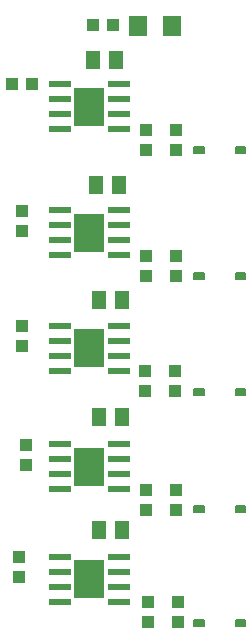
<source format=gbr>
G04 EAGLE Gerber RS-274X export*
G75*
%MOMM*%
%FSLAX34Y34*%
%LPD*%
%INSolderpaste Top*%
%IPPOS*%
%AMOC8*
5,1,8,0,0,1.08239X$1,22.5*%
G01*
%ADD10R,1.000000X1.100000*%
%ADD11R,1.300000X1.500000*%
%ADD12R,1.968500X0.599100*%
%ADD13R,2.510000X3.200000*%
%ADD14R,1.100000X1.000000*%
%ADD15R,1.600000X1.803000*%
%ADD16C,0.130000*%


D10*
X246380Y461890D03*
X246380Y444890D03*
D11*
X206400Y123190D03*
X225400Y123190D03*
D10*
X246380Y355210D03*
X246380Y338210D03*
X245110Y257420D03*
X245110Y240420D03*
X246380Y157090D03*
X246380Y140090D03*
X247650Y61840D03*
X247650Y44840D03*
D11*
X201320Y520700D03*
X220320Y520700D03*
X203860Y415290D03*
X222860Y415290D03*
X206400Y317500D03*
X225400Y317500D03*
X206400Y218440D03*
X225400Y218440D03*
D12*
X222854Y462280D03*
X222854Y474980D03*
X222854Y487680D03*
X222854Y500380D03*
X173386Y500380D03*
X173386Y487680D03*
X173386Y474980D03*
X173386Y462280D03*
D13*
X198120Y481330D03*
D12*
X222854Y355600D03*
X222854Y368300D03*
X222854Y381000D03*
X222854Y393700D03*
X173386Y393700D03*
X173386Y381000D03*
X173386Y368300D03*
X173386Y355600D03*
D13*
X198120Y374650D03*
D12*
X222854Y257810D03*
X222854Y270510D03*
X222854Y283210D03*
X222854Y295910D03*
X173386Y295910D03*
X173386Y283210D03*
X173386Y270510D03*
X173386Y257810D03*
D13*
X198120Y276860D03*
D12*
X222854Y157480D03*
X222854Y170180D03*
X222854Y182880D03*
X222854Y195580D03*
X173386Y195580D03*
X173386Y182880D03*
X173386Y170180D03*
X173386Y157480D03*
D13*
X198120Y176530D03*
D12*
X222854Y62230D03*
X222854Y74930D03*
X222854Y87630D03*
X222854Y100330D03*
X173386Y100330D03*
X173386Y87630D03*
X173386Y74930D03*
X173386Y62230D03*
D13*
X198120Y81280D03*
D14*
X271780Y461890D03*
X271780Y444890D03*
X138430Y82940D03*
X138430Y99940D03*
X271780Y355210D03*
X271780Y338210D03*
X270510Y257420D03*
X270510Y240420D03*
X271780Y157090D03*
X271780Y140090D03*
X273050Y61840D03*
X273050Y44840D03*
D10*
X132470Y500380D03*
X149470Y500380D03*
D14*
X140970Y376310D03*
X140970Y393310D03*
X140970Y278520D03*
X140970Y295520D03*
X144780Y178190D03*
X144780Y195190D03*
D15*
X267930Y549910D03*
X239490Y549910D03*
D10*
X201050Y550200D03*
X218050Y550200D03*
D16*
X287010Y441900D02*
X295410Y441900D01*
X287010Y441900D02*
X287010Y447100D01*
X295410Y447100D01*
X295410Y441900D01*
X295410Y443135D02*
X287010Y443135D01*
X287010Y444370D02*
X295410Y444370D01*
X295410Y445605D02*
X287010Y445605D01*
X287010Y446840D02*
X295410Y446840D01*
X321810Y441900D02*
X330210Y441900D01*
X321810Y441900D02*
X321810Y447100D01*
X330210Y447100D01*
X330210Y441900D01*
X330210Y443135D02*
X321810Y443135D01*
X321810Y444370D02*
X330210Y444370D01*
X330210Y445605D02*
X321810Y445605D01*
X321810Y446840D02*
X330210Y446840D01*
X295410Y335220D02*
X287010Y335220D01*
X287010Y340420D01*
X295410Y340420D01*
X295410Y335220D01*
X295410Y336455D02*
X287010Y336455D01*
X287010Y337690D02*
X295410Y337690D01*
X295410Y338925D02*
X287010Y338925D01*
X287010Y340160D02*
X295410Y340160D01*
X321810Y335220D02*
X330210Y335220D01*
X321810Y335220D02*
X321810Y340420D01*
X330210Y340420D01*
X330210Y335220D01*
X330210Y336455D02*
X321810Y336455D01*
X321810Y337690D02*
X330210Y337690D01*
X330210Y338925D02*
X321810Y338925D01*
X321810Y340160D02*
X330210Y340160D01*
X295410Y237430D02*
X287010Y237430D01*
X287010Y242630D01*
X295410Y242630D01*
X295410Y237430D01*
X295410Y238665D02*
X287010Y238665D01*
X287010Y239900D02*
X295410Y239900D01*
X295410Y241135D02*
X287010Y241135D01*
X287010Y242370D02*
X295410Y242370D01*
X321810Y237430D02*
X330210Y237430D01*
X321810Y237430D02*
X321810Y242630D01*
X330210Y242630D01*
X330210Y237430D01*
X330210Y238665D02*
X321810Y238665D01*
X321810Y239900D02*
X330210Y239900D01*
X330210Y241135D02*
X321810Y241135D01*
X321810Y242370D02*
X330210Y242370D01*
X295410Y138370D02*
X287010Y138370D01*
X287010Y143570D01*
X295410Y143570D01*
X295410Y138370D01*
X295410Y139605D02*
X287010Y139605D01*
X287010Y140840D02*
X295410Y140840D01*
X295410Y142075D02*
X287010Y142075D01*
X287010Y143310D02*
X295410Y143310D01*
X321810Y138370D02*
X330210Y138370D01*
X321810Y138370D02*
X321810Y143570D01*
X330210Y143570D01*
X330210Y138370D01*
X330210Y139605D02*
X321810Y139605D01*
X321810Y140840D02*
X330210Y140840D01*
X330210Y142075D02*
X321810Y142075D01*
X321810Y143310D02*
X330210Y143310D01*
X295410Y41850D02*
X287010Y41850D01*
X287010Y47050D01*
X295410Y47050D01*
X295410Y41850D01*
X295410Y43085D02*
X287010Y43085D01*
X287010Y44320D02*
X295410Y44320D01*
X295410Y45555D02*
X287010Y45555D01*
X287010Y46790D02*
X295410Y46790D01*
X321810Y41850D02*
X330210Y41850D01*
X321810Y41850D02*
X321810Y47050D01*
X330210Y47050D01*
X330210Y41850D01*
X330210Y43085D02*
X321810Y43085D01*
X321810Y44320D02*
X330210Y44320D01*
X330210Y45555D02*
X321810Y45555D01*
X321810Y46790D02*
X330210Y46790D01*
M02*

</source>
